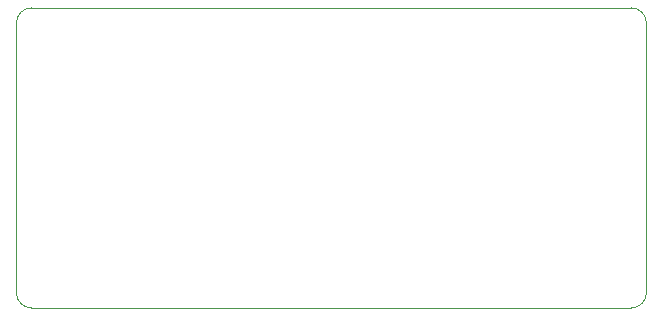
<source format=gbr>
%TF.GenerationSoftware,KiCad,Pcbnew,7.0.2*%
%TF.CreationDate,2023-06-15T20:21:22+09:00*%
%TF.ProjectId,TangNano5V,54616e67-4e61-46e6-9f35-562e6b696361,rev?*%
%TF.SameCoordinates,Original*%
%TF.FileFunction,Profile,NP*%
%FSLAX46Y46*%
G04 Gerber Fmt 4.6, Leading zero omitted, Abs format (unit mm)*
G04 Created by KiCad (PCBNEW 7.0.2) date 2023-06-15 20:21:22*
%MOMM*%
%LPD*%
G01*
G04 APERTURE LIST*
%TA.AperFunction,Profile*%
%ADD10C,0.100000*%
%TD*%
G04 APERTURE END LIST*
D10*
X53340000Y-1270000D02*
G75*
G03*
X52070000Y0I-1270000J0D01*
G01*
X53340000Y-24130000D02*
X53340000Y-1270000D01*
X52070000Y0D02*
X1270000Y0D01*
X0Y-24130000D02*
G75*
G03*
X1270000Y-25400000I1270000J0D01*
G01*
X52070000Y-25400000D02*
G75*
G03*
X53340000Y-24130000I0J1270000D01*
G01*
X1270000Y-25400000D02*
X52070000Y-25400000D01*
X1270000Y0D02*
G75*
G03*
X0Y-1270000I0J-1270000D01*
G01*
X0Y-1270000D02*
X0Y-24130000D01*
M02*

</source>
